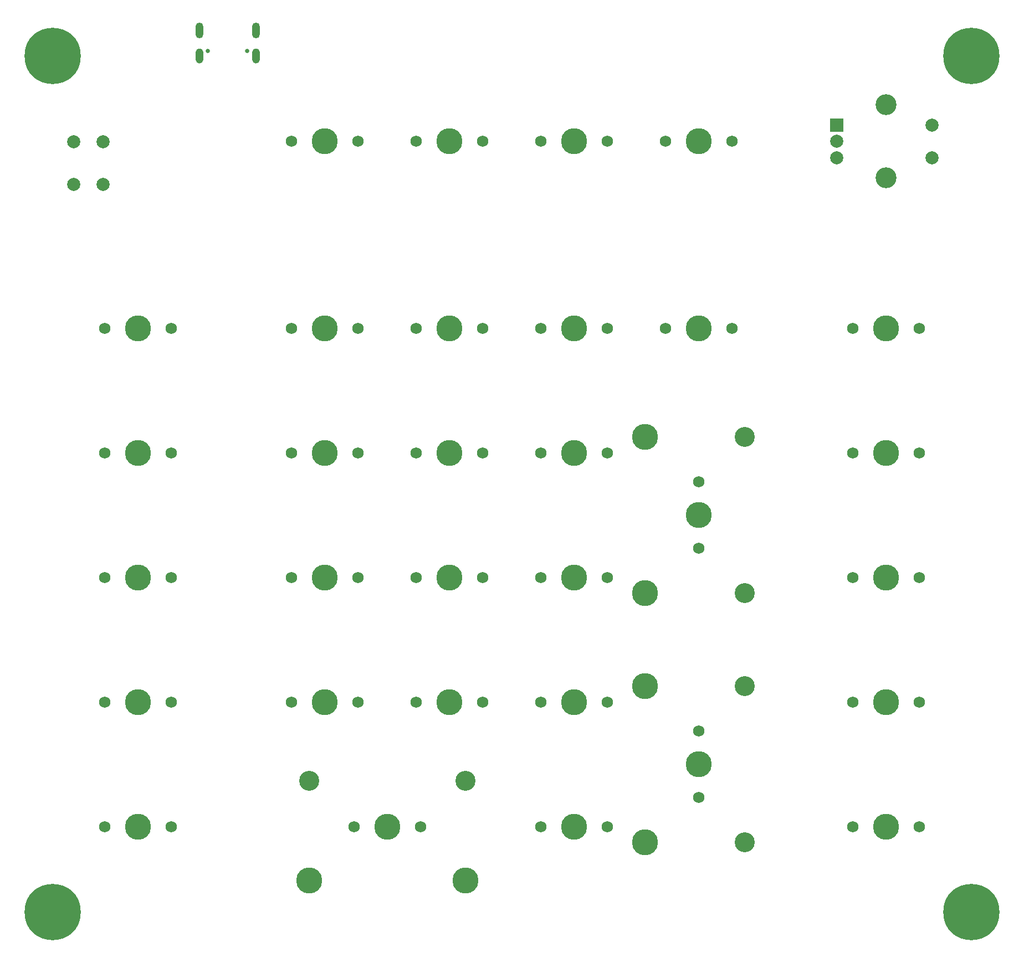
<source format=gbr>
%TF.GenerationSoftware,KiCad,Pcbnew,(5.1.8)-1*%
%TF.CreationDate,2021-01-10T14:28:28+02:00*%
%TF.ProjectId,OsseyPad,4f737365-7950-4616-942e-6b696361645f,rev?*%
%TF.SameCoordinates,Original*%
%TF.FileFunction,Soldermask,Top*%
%TF.FilePolarity,Negative*%
%FSLAX46Y46*%
G04 Gerber Fmt 4.6, Leading zero omitted, Abs format (unit mm)*
G04 Created by KiCad (PCBNEW (5.1.8)-1) date 2021-01-10 14:28:28*
%MOMM*%
%LPD*%
G01*
G04 APERTURE LIST*
%ADD10O,1.200000X2.400000*%
%ADD11O,1.158000X2.316000*%
%ADD12C,0.630000*%
%ADD13C,0.600000*%
%ADD14C,3.987800*%
%ADD15C,1.750000*%
%ADD16R,2.000000X2.000000*%
%ADD17C,2.000000*%
%ADD18C,3.200000*%
%ADD19C,3.048000*%
%ADD20C,0.900000*%
%ADD21C,8.600000*%
G04 APERTURE END LIST*
D10*
%TO.C,J1*%
X56130000Y-23580000D03*
X47490000Y-23580000D03*
D11*
X56130000Y-27405000D03*
X47490000Y-27405000D03*
D12*
X48810000Y-26680000D03*
X54810000Y-26680000D03*
D13*
X54810000Y-26680000D03*
%TD*%
D14*
%TO.C,MX1*%
X66675000Y-40481250D03*
D15*
X61595000Y-40481250D03*
X71755000Y-40481250D03*
%TD*%
D14*
%TO.C,MX11*%
X38100000Y-88106250D03*
D15*
X33020000Y-88106250D03*
X43180000Y-88106250D03*
%TD*%
D16*
%TO.C,SW1*%
X144895000Y-37986250D03*
D17*
X144895000Y-40486250D03*
X144895000Y-42986250D03*
D18*
X152395000Y-34886250D03*
X152395000Y-46086250D03*
D17*
X159395000Y-37986250D03*
X159395000Y-42986250D03*
%TD*%
%TO.C,SW2*%
X28243750Y-47075000D03*
X32743750Y-47075000D03*
X28243750Y-40575000D03*
X32743750Y-40575000D03*
%TD*%
D14*
%TO.C,MX5*%
X38100000Y-69056250D03*
D15*
X33020000Y-69056250D03*
X43180000Y-69056250D03*
%TD*%
D14*
%TO.C,MX28*%
X76200000Y-145256250D03*
D15*
X71120000Y-145256250D03*
X81280000Y-145256250D03*
D19*
X64293750Y-138271250D03*
X88106250Y-138271250D03*
D14*
X64293750Y-153511250D03*
X88106250Y-153511250D03*
%TD*%
D20*
%TO.C,H4*%
X167720419Y-156029581D03*
X165440000Y-155085000D03*
X163159581Y-156029581D03*
X162215000Y-158310000D03*
X163159581Y-160590419D03*
X165440000Y-161535000D03*
X167720419Y-160590419D03*
X168665000Y-158310000D03*
D21*
X165440000Y-158310000D03*
%TD*%
D20*
%TO.C,H3*%
X27330419Y-156029581D03*
X25050000Y-155085000D03*
X22769581Y-156029581D03*
X21825000Y-158310000D03*
X22769581Y-160590419D03*
X25050000Y-161535000D03*
X27330419Y-160590419D03*
X28275000Y-158310000D03*
D21*
X25050000Y-158310000D03*
%TD*%
D20*
%TO.C,H2*%
X167720419Y-25159581D03*
X165440000Y-24215000D03*
X163159581Y-25159581D03*
X162215000Y-27440000D03*
X163159581Y-29720419D03*
X165440000Y-30665000D03*
X167720419Y-29720419D03*
X168665000Y-27440000D03*
D21*
X165440000Y-27440000D03*
%TD*%
D20*
%TO.C,H1*%
X27330419Y-25159581D03*
X25050000Y-24215000D03*
X22769581Y-25159581D03*
X21825000Y-27440000D03*
X22769581Y-29720419D03*
X25050000Y-30665000D03*
X27330419Y-29720419D03*
X28275000Y-27440000D03*
D21*
X25050000Y-27440000D03*
%TD*%
D14*
%TO.C,MX31*%
X152400000Y-145256250D03*
D15*
X147320000Y-145256250D03*
X157480000Y-145256250D03*
%TD*%
D14*
%TO.C,MX30*%
X123825000Y-135731250D03*
D15*
X123825000Y-130651250D03*
X123825000Y-140811250D03*
D19*
X130810000Y-123825000D03*
X130810000Y-147637500D03*
D14*
X115570000Y-123825000D03*
X115570000Y-147637500D03*
%TD*%
%TO.C,MX29*%
X104775000Y-145256250D03*
D15*
X99695000Y-145256250D03*
X109855000Y-145256250D03*
%TD*%
D14*
%TO.C,MX27*%
X38100000Y-145256250D03*
D15*
X33020000Y-145256250D03*
X43180000Y-145256250D03*
%TD*%
D14*
%TO.C,MX26*%
X152400000Y-126206250D03*
D15*
X147320000Y-126206250D03*
X157480000Y-126206250D03*
%TD*%
D14*
%TO.C,MX25*%
X104775000Y-126206250D03*
D15*
X99695000Y-126206250D03*
X109855000Y-126206250D03*
%TD*%
D14*
%TO.C,MX24*%
X85725000Y-126206250D03*
D15*
X80645000Y-126206250D03*
X90805000Y-126206250D03*
%TD*%
D14*
%TO.C,MX23*%
X66675000Y-126206250D03*
D15*
X61595000Y-126206250D03*
X71755000Y-126206250D03*
%TD*%
D14*
%TO.C,MX22*%
X38100000Y-126206250D03*
D15*
X33020000Y-126206250D03*
X43180000Y-126206250D03*
%TD*%
D14*
%TO.C,MX21*%
X152400000Y-107156250D03*
D15*
X147320000Y-107156250D03*
X157480000Y-107156250D03*
%TD*%
D14*
%TO.C,MX20*%
X123825000Y-97631250D03*
D15*
X123825000Y-92551250D03*
X123825000Y-102711250D03*
D19*
X130810000Y-85725000D03*
X130810000Y-109537500D03*
D14*
X115570000Y-85725000D03*
X115570000Y-109537500D03*
%TD*%
%TO.C,MX19*%
X104775000Y-107156250D03*
D15*
X99695000Y-107156250D03*
X109855000Y-107156250D03*
%TD*%
D14*
%TO.C,MX18*%
X85725000Y-107156250D03*
D15*
X80645000Y-107156250D03*
X90805000Y-107156250D03*
%TD*%
D14*
%TO.C,MX17*%
X66675000Y-107156250D03*
D15*
X61595000Y-107156250D03*
X71755000Y-107156250D03*
%TD*%
D14*
%TO.C,MX16*%
X38100000Y-107156250D03*
D15*
X33020000Y-107156250D03*
X43180000Y-107156250D03*
%TD*%
D14*
%TO.C,MX15*%
X152400000Y-88106250D03*
D15*
X147320000Y-88106250D03*
X157480000Y-88106250D03*
%TD*%
D14*
%TO.C,MX14*%
X104775000Y-88106250D03*
D15*
X99695000Y-88106250D03*
X109855000Y-88106250D03*
%TD*%
D14*
%TO.C,MX13*%
X85725000Y-88106250D03*
D15*
X80645000Y-88106250D03*
X90805000Y-88106250D03*
%TD*%
D14*
%TO.C,MX12*%
X66675000Y-88106250D03*
D15*
X61595000Y-88106250D03*
X71755000Y-88106250D03*
%TD*%
D14*
%TO.C,MX10*%
X152400000Y-69056250D03*
D15*
X147320000Y-69056250D03*
X157480000Y-69056250D03*
%TD*%
D14*
%TO.C,MX9*%
X123825000Y-69056250D03*
D15*
X118745000Y-69056250D03*
X128905000Y-69056250D03*
%TD*%
D14*
%TO.C,MX8*%
X104775000Y-69056250D03*
D15*
X99695000Y-69056250D03*
X109855000Y-69056250D03*
%TD*%
D14*
%TO.C,MX7*%
X85725000Y-69056250D03*
D15*
X80645000Y-69056250D03*
X90805000Y-69056250D03*
%TD*%
D14*
%TO.C,MX6*%
X66675000Y-69056250D03*
D15*
X61595000Y-69056250D03*
X71755000Y-69056250D03*
%TD*%
D14*
%TO.C,MX4*%
X123825000Y-40481250D03*
D15*
X118745000Y-40481250D03*
X128905000Y-40481250D03*
%TD*%
D14*
%TO.C,MX3*%
X104775000Y-40481250D03*
D15*
X99695000Y-40481250D03*
X109855000Y-40481250D03*
%TD*%
D14*
%TO.C,MX2*%
X85725000Y-40481250D03*
D15*
X80645000Y-40481250D03*
X90805000Y-40481250D03*
%TD*%
M02*

</source>
